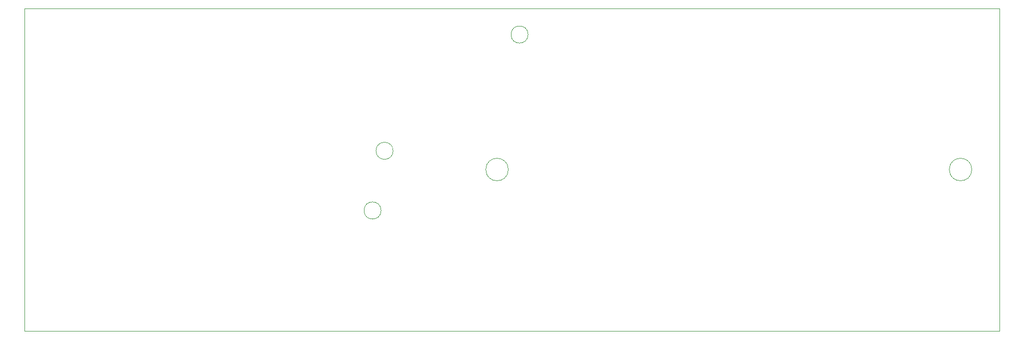
<source format=gbr>
%TF.GenerationSoftware,KiCad,Pcbnew,8.0.4*%
%TF.CreationDate,2024-10-10T15:19:09-04:00*%
%TF.ProjectId,CSL_AQS_V1,43534c5f-4151-4535-9f56-312e6b696361,rev?*%
%TF.SameCoordinates,Original*%
%TF.FileFunction,Profile,NP*%
%FSLAX46Y46*%
G04 Gerber Fmt 4.6, Leading zero omitted, Abs format (unit mm)*
G04 Created by KiCad (PCBNEW 8.0.4) date 2024-10-10 15:19:09*
%MOMM*%
%LPD*%
G01*
G04 APERTURE LIST*
%TA.AperFunction,Profile*%
%ADD10C,0.050000*%
%TD*%
%TA.AperFunction,Profile*%
%ADD11C,0.100000*%
%TD*%
G04 APERTURE END LIST*
D10*
X218440000Y-64770000D02*
X53340000Y-64770000D01*
X138610000Y-69215000D02*
G75*
G02*
X135710000Y-69215000I-1450000J0D01*
G01*
X135710000Y-69215000D02*
G75*
G02*
X138610000Y-69215000I1450000J0D01*
G01*
X53340000Y-64770000D02*
X53340000Y-119380000D01*
X218440000Y-119380000D02*
X218440000Y-64770000D01*
D11*
X135255000Y-92075000D02*
G75*
G02*
X131445000Y-92075000I-1905000J0D01*
G01*
X131445000Y-92075000D02*
G75*
G02*
X135255000Y-92075000I1905000J0D01*
G01*
D10*
X115750000Y-88900000D02*
G75*
G02*
X112850000Y-88900000I-1450000J0D01*
G01*
X112850000Y-88900000D02*
G75*
G02*
X115750000Y-88900000I1450000J0D01*
G01*
X53340000Y-119380000D02*
X218440000Y-119380000D01*
D11*
X213741000Y-92075000D02*
G75*
G02*
X209931000Y-92075000I-1905000J0D01*
G01*
X209931000Y-92075000D02*
G75*
G02*
X213741000Y-92075000I1905000J0D01*
G01*
D10*
X113718000Y-99009200D02*
G75*
G02*
X110818000Y-99009200I-1450000J0D01*
G01*
X110818000Y-99009200D02*
G75*
G02*
X113718000Y-99009200I1450000J0D01*
G01*
M02*

</source>
